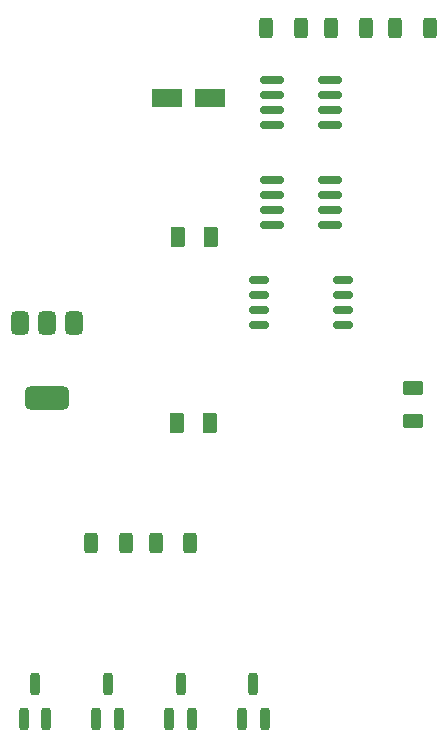
<source format=gbr>
%TF.GenerationSoftware,KiCad,Pcbnew,9.0.4*%
%TF.CreationDate,2025-10-29T20:45:07+01:00*%
%TF.ProjectId,Modu__Zaworu,4d6f6475-425f-45a6-9177-6f72752e6b69,rev?*%
%TF.SameCoordinates,Original*%
%TF.FileFunction,Paste,Top*%
%TF.FilePolarity,Positive*%
%FSLAX46Y46*%
G04 Gerber Fmt 4.6, Leading zero omitted, Abs format (unit mm)*
G04 Created by KiCad (PCBNEW 9.0.4) date 2025-10-29 20:45:07*
%MOMM*%
%LPD*%
G01*
G04 APERTURE LIST*
G04 Aperture macros list*
%AMRoundRect*
0 Rectangle with rounded corners*
0 $1 Rounding radius*
0 $2 $3 $4 $5 $6 $7 $8 $9 X,Y pos of 4 corners*
0 Add a 4 corners polygon primitive as box body*
4,1,4,$2,$3,$4,$5,$6,$7,$8,$9,$2,$3,0*
0 Add four circle primitives for the rounded corners*
1,1,$1+$1,$2,$3*
1,1,$1+$1,$4,$5*
1,1,$1+$1,$6,$7*
1,1,$1+$1,$8,$9*
0 Add four rect primitives between the rounded corners*
20,1,$1+$1,$2,$3,$4,$5,0*
20,1,$1+$1,$4,$5,$6,$7,0*
20,1,$1+$1,$6,$7,$8,$9,0*
20,1,$1+$1,$8,$9,$2,$3,0*%
G04 Aperture macros list end*
%ADD10RoundRect,0.150000X-0.825000X-0.150000X0.825000X-0.150000X0.825000X0.150000X-0.825000X0.150000X0*%
%ADD11RoundRect,0.250000X-0.312500X-0.625000X0.312500X-0.625000X0.312500X0.625000X-0.312500X0.625000X0*%
%ADD12RoundRect,0.200000X0.200000X-0.750000X0.200000X0.750000X-0.200000X0.750000X-0.200000X-0.750000X0*%
%ADD13RoundRect,0.375000X-0.375000X0.625000X-0.375000X-0.625000X0.375000X-0.625000X0.375000X0.625000X0*%
%ADD14RoundRect,0.500000X-1.400000X0.500000X-1.400000X-0.500000X1.400000X-0.500000X1.400000X0.500000X0*%
%ADD15RoundRect,0.250000X0.312500X0.625000X-0.312500X0.625000X-0.312500X-0.625000X0.312500X-0.625000X0*%
%ADD16RoundRect,0.250000X0.375000X0.625000X-0.375000X0.625000X-0.375000X-0.625000X0.375000X-0.625000X0*%
%ADD17RoundRect,0.162500X-0.650000X-0.162500X0.650000X-0.162500X0.650000X0.162500X-0.650000X0.162500X0*%
%ADD18RoundRect,0.250000X-0.625000X0.375000X-0.625000X-0.375000X0.625000X-0.375000X0.625000X0.375000X0*%
%ADD19RoundRect,0.250000X-0.375000X-0.625000X0.375000X-0.625000X0.375000X0.625000X-0.375000X0.625000X0*%
%ADD20RoundRect,0.250000X-1.050000X-0.550000X1.050000X-0.550000X1.050000X0.550000X-1.050000X0.550000X0*%
G04 APERTURE END LIST*
D10*
%TO.C,U2*%
X211050000Y-67425000D03*
X211050000Y-68695000D03*
X211050000Y-69965000D03*
X211050000Y-71235000D03*
X216000000Y-71235000D03*
X216000000Y-69965000D03*
X216000000Y-68695000D03*
X216000000Y-67425000D03*
%TD*%
D11*
%TO.C,R4*%
X195775000Y-106618750D03*
X198700000Y-106618750D03*
%TD*%
D12*
%TO.C,Q4*%
X208550000Y-121500000D03*
X210450000Y-121500000D03*
X209500000Y-118500000D03*
%TD*%
D13*
%TO.C,U5*%
X194300000Y-88000000D03*
X192000000Y-88000000D03*
X189700000Y-88000000D03*
D14*
X192000000Y-94300000D03*
%TD*%
D15*
%TO.C,R5*%
X204162500Y-106618750D03*
X201237500Y-106618750D03*
%TD*%
D12*
%TO.C,Q3*%
X202383333Y-121500000D03*
X204283333Y-121500000D03*
X203333333Y-118500000D03*
%TD*%
D11*
%TO.C,R3*%
X216075000Y-63000000D03*
X219000000Y-63000000D03*
%TD*%
D15*
%TO.C,R1*%
X213500000Y-63000000D03*
X210575000Y-63000000D03*
%TD*%
D16*
%TO.C,D2*%
X205860000Y-96470000D03*
X203060000Y-96470000D03*
%TD*%
D10*
%TO.C,U1*%
X211050000Y-75856667D03*
X211050000Y-77126667D03*
X211050000Y-78396667D03*
X211050000Y-79666667D03*
X216000000Y-79666667D03*
X216000000Y-78396667D03*
X216000000Y-77126667D03*
X216000000Y-75856667D03*
%TD*%
D17*
%TO.C,U4*%
X209937500Y-84358333D03*
X209937500Y-85628333D03*
X209937500Y-86898333D03*
X209937500Y-88168333D03*
X217112500Y-88168333D03*
X217112500Y-86898333D03*
X217112500Y-85628333D03*
X217112500Y-84358333D03*
%TD*%
D18*
%TO.C,D3*%
X223000000Y-93500000D03*
X223000000Y-96300000D03*
%TD*%
D12*
%TO.C,Q1*%
X190050000Y-121500000D03*
X191950000Y-121500000D03*
X191000000Y-118500000D03*
%TD*%
D19*
%TO.C,D1*%
X203100000Y-80714000D03*
X205900000Y-80714000D03*
%TD*%
D12*
%TO.C,Q2*%
X196216667Y-121500000D03*
X198116667Y-121500000D03*
X197166667Y-118500000D03*
%TD*%
D11*
%TO.C,R2*%
X221500000Y-63000000D03*
X224425000Y-63000000D03*
%TD*%
D20*
%TO.C,C1*%
X202200000Y-68900000D03*
X205800000Y-68900000D03*
%TD*%
M02*

</source>
